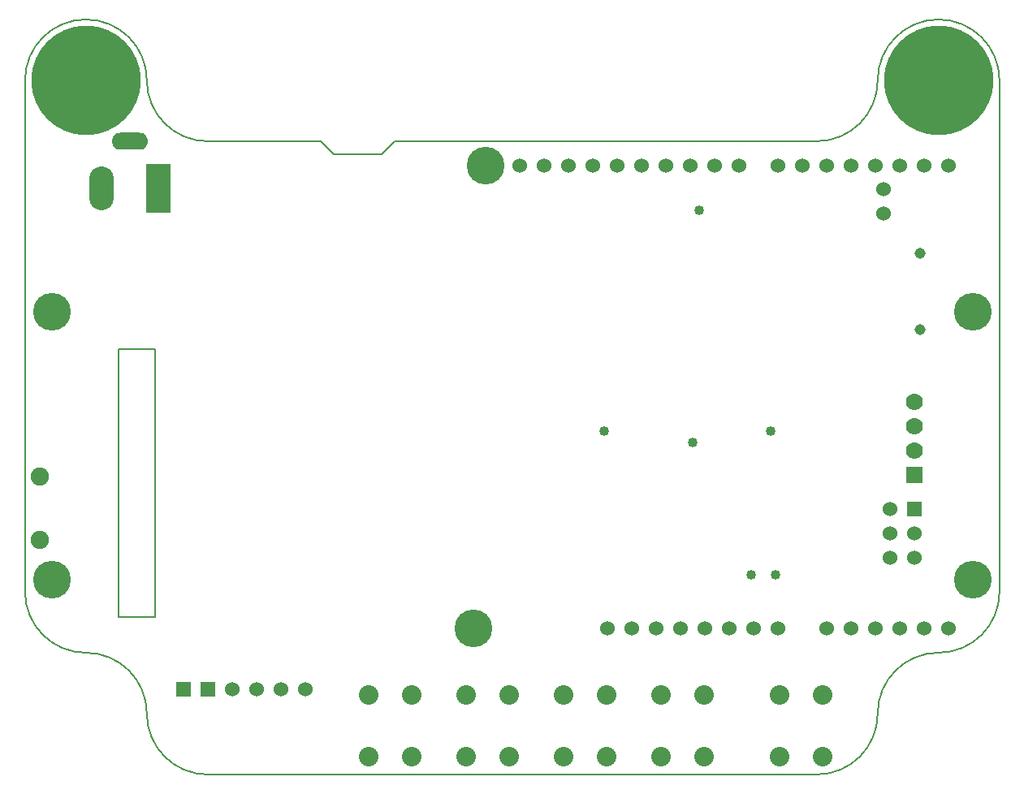
<source format=gts>
G04 (created by PCBNEW (2013-03-15 BZR 4003)-stable) date 13-May-13 4:39:11 PM*
%MOIN*%
G04 Gerber Fmt 3.4, Leading zero omitted, Abs format*
%FSLAX34Y34*%
G01*
G70*
G90*
G04 APERTURE LIST*
%ADD10C,0.006*%
%ADD11C,0.005*%
%ADD12C,0.04*%
%ADD13R,0.06X0.06*%
%ADD14C,0.06*%
%ADD15C,0.45*%
%ADD16C,0.07*%
%ADD17R,0.07X0.07*%
%ADD18C,0.155*%
%ADD19C,0.08*%
%ADD20C,0.075*%
%ADD21C,0.045*%
%ADD22O,0.1X0.18*%
%ADD23R,0.1X0.2*%
%ADD24O,0.15X0.07*%
G04 APERTURE END LIST*
G54D10*
G54D11*
X22125Y-19000D02*
X17500Y-19000D01*
X25175Y-19000D02*
X42500Y-19000D01*
X24625Y-19550D02*
X25175Y-19000D01*
X23625Y-19550D02*
X24625Y-19550D01*
X22675Y-19550D02*
X22125Y-19000D01*
X23675Y-19550D02*
X22675Y-19550D01*
X47500Y-40000D02*
G75*
G03X50000Y-37500I0J2500D01*
G74*
G01*
X42500Y-45000D02*
G75*
G03X45000Y-42500I0J2500D01*
G74*
G01*
X47500Y-40000D02*
G75*
G03X45000Y-42500I0J-2500D01*
G74*
G01*
X15000Y-42500D02*
G75*
G03X17500Y-45000I2500J0D01*
G74*
G01*
X10000Y-37500D02*
G75*
G03X12500Y-40000I2500J0D01*
G74*
G01*
X15000Y-42500D02*
G75*
G03X12500Y-40000I-2500J0D01*
G74*
G01*
X42500Y-19000D02*
G75*
G03X45000Y-16500I0J2500D01*
G74*
G01*
X50000Y-16500D02*
G75*
G03X47500Y-14000I-2500J0D01*
G74*
G01*
X47500Y-14000D02*
G75*
G03X45000Y-16500I0J-2500D01*
G74*
G01*
X15000Y-16500D02*
G75*
G03X17500Y-19000I2500J0D01*
G74*
G01*
X15000Y-16500D02*
G75*
G03X12500Y-14000I-2500J0D01*
G74*
G01*
X12500Y-14000D02*
G75*
G03X10000Y-16500I0J-2500D01*
G74*
G01*
X13850Y-38550D02*
X15350Y-38550D01*
X13850Y-27550D02*
X13850Y-38550D01*
X15350Y-27550D02*
X13850Y-27550D01*
X15350Y-38550D02*
X15350Y-27550D01*
X42500Y-45000D02*
X17500Y-45000D01*
X10000Y-37500D02*
X10000Y-16500D01*
X50000Y-16500D02*
X50000Y-37500D01*
G54D12*
X40610Y-30900D03*
X33775Y-30900D03*
G54D13*
X16500Y-41500D03*
X17500Y-41500D03*
G54D14*
X18500Y-41500D03*
X19500Y-41500D03*
X20500Y-41500D03*
X21500Y-41500D03*
G54D15*
X12500Y-16500D03*
G54D16*
X46500Y-29700D03*
X46500Y-30700D03*
X46500Y-31700D03*
G54D17*
X46500Y-32700D03*
G54D12*
X37400Y-31375D03*
X39800Y-36800D03*
X40800Y-36800D03*
G54D15*
X47500Y-16500D03*
G54D14*
X47900Y-39000D03*
X46900Y-39000D03*
X45900Y-39000D03*
X42900Y-39000D03*
X43900Y-39000D03*
X44900Y-39000D03*
X40900Y-39000D03*
X39900Y-39000D03*
X38900Y-39000D03*
X36900Y-39000D03*
X35900Y-39000D03*
X47900Y-20000D03*
X46900Y-20000D03*
X45900Y-20000D03*
X44900Y-20000D03*
X43900Y-20000D03*
X42900Y-20000D03*
X41900Y-20000D03*
X40900Y-20000D03*
X39300Y-20000D03*
X38300Y-20000D03*
X37300Y-20000D03*
X36300Y-20000D03*
X35300Y-20000D03*
X34300Y-20000D03*
X33300Y-20000D03*
X32300Y-20000D03*
X37900Y-39000D03*
G54D18*
X48900Y-37000D03*
X48900Y-26000D03*
X28900Y-20000D03*
X28400Y-39000D03*
G54D14*
X34900Y-39000D03*
X31300Y-20000D03*
X30300Y-20000D03*
X33900Y-39000D03*
G54D19*
X42735Y-44279D03*
X40964Y-41720D03*
X40964Y-44279D03*
X42735Y-41720D03*
X29885Y-44279D03*
X28114Y-41720D03*
X28114Y-44279D03*
X29885Y-41720D03*
X37885Y-44279D03*
X36114Y-41720D03*
X36114Y-44279D03*
X37885Y-41720D03*
X33885Y-44279D03*
X32114Y-41720D03*
X32114Y-44279D03*
X33885Y-41720D03*
G54D14*
X45500Y-36100D03*
X46500Y-36100D03*
X45500Y-35100D03*
X46500Y-35100D03*
X45500Y-34100D03*
G54D13*
X46500Y-34100D03*
G54D19*
X25885Y-44279D03*
X24114Y-41720D03*
X24114Y-44279D03*
X25885Y-41720D03*
G54D20*
X10600Y-35375D03*
X10600Y-32775D03*
G54D14*
X45250Y-20975D03*
X45250Y-21975D03*
G54D12*
X37675Y-21850D03*
G54D18*
X11100Y-26000D03*
X11100Y-37000D03*
G54D21*
X46733Y-23597D03*
X46733Y-26747D03*
G54D22*
X13125Y-20925D03*
G54D23*
X15487Y-20925D03*
G54D24*
X14306Y-18995D03*
M02*

</source>
